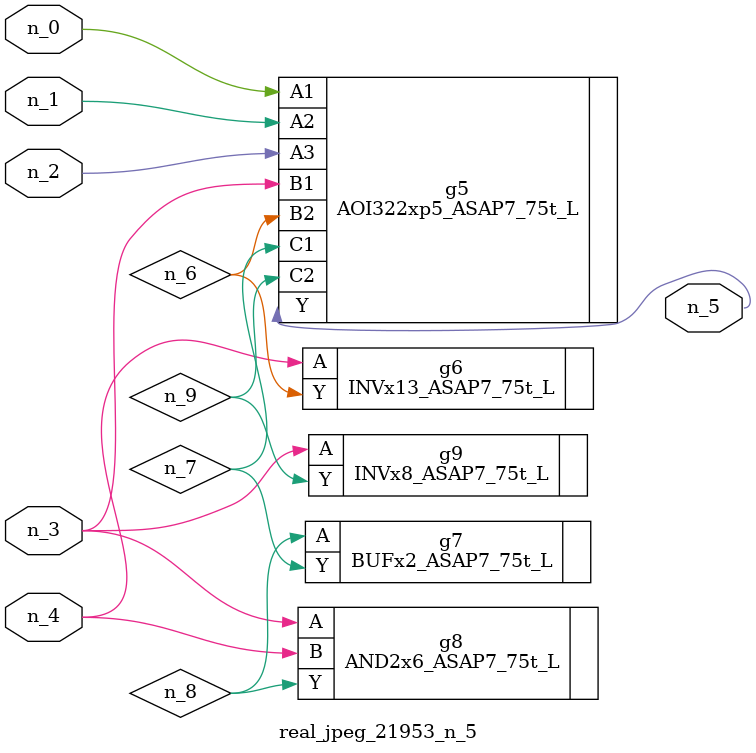
<source format=v>
module real_jpeg_21953_n_5 (n_4, n_0, n_1, n_2, n_3, n_5);

input n_4;
input n_0;
input n_1;
input n_2;
input n_3;

output n_5;

wire n_8;
wire n_6;
wire n_7;
wire n_9;

AOI322xp5_ASAP7_75t_L g5 ( 
.A1(n_0),
.A2(n_1),
.A3(n_2),
.B1(n_3),
.B2(n_6),
.C1(n_7),
.C2(n_9),
.Y(n_5)
);

AND2x6_ASAP7_75t_L g8 ( 
.A(n_3),
.B(n_4),
.Y(n_8)
);

INVx8_ASAP7_75t_L g9 ( 
.A(n_3),
.Y(n_9)
);

INVx13_ASAP7_75t_L g6 ( 
.A(n_4),
.Y(n_6)
);

BUFx2_ASAP7_75t_L g7 ( 
.A(n_8),
.Y(n_7)
);


endmodule
</source>
